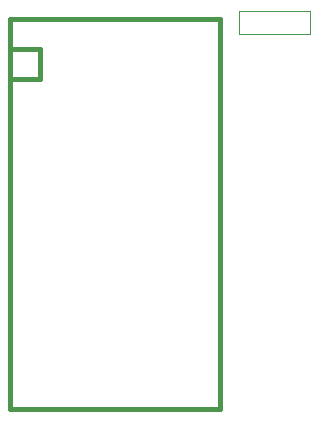
<source format=gbr>
G04 #@! TF.GenerationSoftware,KiCad,Pcbnew,(5.1.4)-1*
G04 #@! TF.CreationDate,2020-11-05T18:40:19-08:00*
G04 #@! TF.ProjectId,domino,646f6d69-6e6f-42e6-9b69-6361645f7063,rev?*
G04 #@! TF.SameCoordinates,Original*
G04 #@! TF.FileFunction,Legend,Top*
G04 #@! TF.FilePolarity,Positive*
%FSLAX46Y46*%
G04 Gerber Fmt 4.6, Leading zero omitted, Abs format (unit mm)*
G04 Created by KiCad (PCBNEW (5.1.4)-1) date 2020-11-05 18:40:19*
%MOMM*%
%LPD*%
G04 APERTURE LIST*
%ADD10C,0.381000*%
%ADD11C,0.120000*%
G04 APERTURE END LIST*
D10*
X54768750Y-17303750D02*
X52228750Y-17303750D01*
X52228750Y-14763750D02*
X52228750Y-17303750D01*
X70008750Y-14763750D02*
X52228750Y-14763750D01*
X70008750Y-17303750D02*
X70008750Y-14763750D01*
X54768750Y-19843750D02*
X52228750Y-19843750D01*
X54768750Y-17303750D02*
X54768750Y-19843750D01*
X70008750Y-47783750D02*
X70008750Y-17303750D01*
X52228750Y-47783750D02*
X70008750Y-47783750D01*
X52228750Y-17303750D02*
X52228750Y-47783750D01*
D11*
X77612500Y-14081250D02*
X71612500Y-14081250D01*
X77612500Y-16081250D02*
X77612500Y-14081250D01*
X71612500Y-16081250D02*
X77612500Y-16081250D01*
X71612500Y-14081250D02*
X71612500Y-16081250D01*
M02*

</source>
